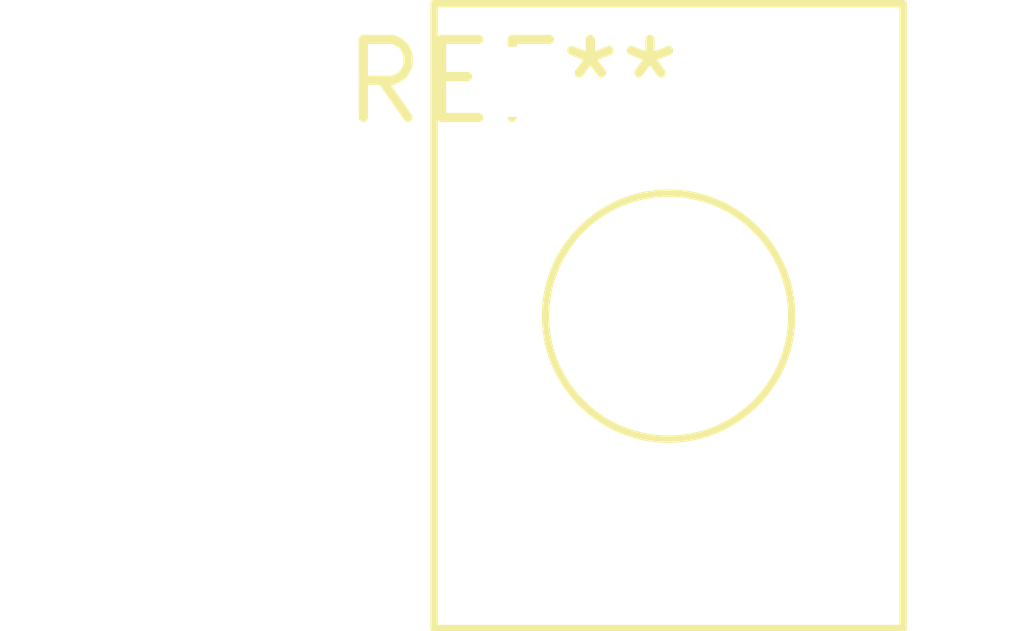
<source format=kicad_pcb>
(kicad_pcb (version 20240108) (generator pcbnew)
  (layers (0 "F.Cu" signal) (31 "B.Cu" signal) (34 "B.Paste" user) (35 "F.Paste" user) (36 "B.SilkS" user "B.Silkscreen") (37 "F.SilkS" user "F.Silkscreen") (38 "B.Mask" user) (39 "F.Mask" user) (44 "Edge.Cuts" user))
  (net 0 "")
  (footprint "KSA_Tactile_SPST" (layer "F.Cu") (at 0 0)
    (property "Reference" "REF**")
    (property "Value" "KSA_Tactile_SPST")
    (fp_line (start -1.27 -1.27) (end -1.27 8.89) (layer "F.SilkS") (stroke (width 0.12)))
    (fp_line (start -1.27 -1.27) (end 6.35 -1.27) (layer "F.SilkS") (stroke (width 0.12)))
    (fp_line (start -1.27 8.89) (end 6.35 8.89) (layer "F.SilkS") (stroke (width 0.12)))
    (fp_line (start 6.35 8.89) (end 6.35 -1.27) (layer "F.SilkS") (stroke (width 0.12)))
    (fp_circle (center 2.54 3.81) (end 0.54 3.81) (layer "F.SilkS") (stroke (width 0.12)) (fill none))
    (pad "1" thru_hole circle (at 0 0) (size 1.778 1.778) (drill 1.143) (layers *.Cu *.Mask) (remove_unused_layers))
    (pad "2" thru_hole circle (at 5.08 0) (size 1.778 1.778) (drill 1.143) (layers *.Cu *.Mask) (remove_unused_layers))
    (pad "3" thru_hole circle (at 5.08 7.62) (size 1.778 1.778) (drill 1.143) (layers *.Cu *.Mask) (remove_unused_layers))
    (pad "4" thru_hole circle (at 2.54 7.62) (size 1.778 1.778) (drill 1.143) (layers *.Cu *.Mask) (remove_unused_layers))
    (pad "5" thru_hole circle (at 0 7.62) (size 1.778 1.778) (drill 1.143) (layers *.Cu *.Mask) (remove_unused_layers))
  )
)
</source>
